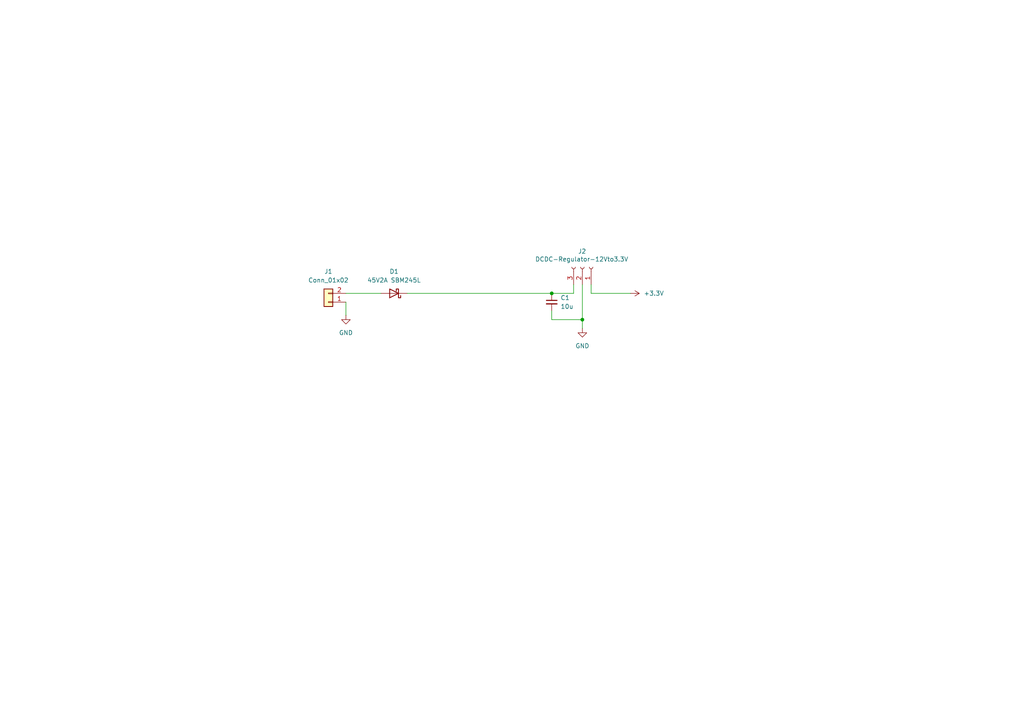
<source format=kicad_sch>
(kicad_sch (version 20231120) (generator "eeschema") (generator_version "8.0")
  (paper "A4")
  (lib_symbols
    (symbol "Connector:Conn_01x03_Socket" (pin_names (offset 1.016) hide)
      (property "Reference" "J" (at 0 5.08 0))
      (property "Value" "Conn_01x03_Socket" (at 0 -5.08 0))
      (symbol "Conn_01x03_Socket_1_1"
        (arc (start 0 -2.032) (mid -0.5058 -2.54) (end 0 -3.048) (stroke (width 0.1524)))
        (polyline (pts (xy -1.27 -2.54) (xy -0.508 -2.54)) (stroke (width 0.1524)))
        (polyline (pts (xy -1.27 0) (xy -0.508 0)) (stroke (width 0.1524)))
        (polyline (pts (xy -1.27 2.54) (xy -0.508 2.54)) (stroke (width 0.1524)))
        (arc (start 0 0.508) (mid -0.5058 0) (end 0 -0.508) (stroke (width 0.1524)))
        (arc (start 0 3.048) (mid -0.5058 2.54) (end 0 2.032) (stroke (width 0.1524)))
        (pin passive line (at -5.08 2.54 0) (length 3.81) (name "Pin_1") (number "1"))
        (pin passive line (at -5.08 0 0) (length 3.81) (name "Pin_2") (number "2"))
        (pin passive line (at -5.08 -2.54 0) (length 3.81) (name "Pin_3") (number "3"))
      )
    )
    (symbol "Connector_Generic:Conn_01x02" (pin_names (offset 1.016) hide)
      (property "Reference" "J" (at 0 2.54 0))
      (property "Value" "Conn_01x02" (at 0 -5.08 0))
      (symbol "Conn_01x02_1_1"
        (rectangle (start -1.27 -2.413) (end 0 -2.667) (stroke (width 0.1524)))
        (rectangle (start -1.27 0.127) (end 0 -0.127) (stroke (width 0.1524)))
        (rectangle (start -1.27 1.27) (end 1.27 -3.81) (stroke (width 0.254)) (fill (type background)))
        (pin passive line (at -5.08 0 0) (length 3.81) (name "Pin_1") (number "1"))
        (pin passive line (at -5.08 -2.54 0) (length 3.81) (name "Pin_2") (number "2"))
      )
    )
    (symbol "Device:C_Small" (pin_numbers hide) (pin_names (offset 0.254) hide)
      (property "Reference" "C" (at 0.254 1.778 0))
      (property "Value" "C_Small" (at 0.254 -2.032 0))
      (symbol "C_Small_0_1"
        (polyline (pts (xy -1.524 -0.508) (xy 1.524 -0.508)) (stroke (width 0.3302)))
        (polyline (pts (xy -1.524 0.508) (xy 1.524 0.508)) (stroke (width 0.3048)))
      )
      (symbol "C_Small_1_1"
        (pin passive line (at 0 2.54 270) (length 2.032) (name "~") (number "1"))
        (pin passive line (at 0 -2.54 90) (length 2.032) (name "~") (number "2"))
      )
    )
    (symbol "Device:D_Schottky" (pin_numbers hide) (pin_names (offset 1.016) hide)
      (property "Reference" "D" (at 0 2.54 0))
      (property "Value" "D_Schottky" (at 0 -2.54 0))
      (symbol "D_Schottky_0_1"
        (polyline (pts (xy 1.27 0) (xy -1.27 0)))
        (polyline (pts (xy 1.27 1.27) (xy 1.27 -1.27) (xy -1.27 0) (xy 1.27 1.27)) (stroke (width 0.254)))
        (polyline (pts (xy -1.905 0.635) (xy -1.905 1.27) (xy -1.27 1.27) (xy -1.27 -1.27) (xy -0.635 -1.27) (xy -0.635 -0.635)) (stroke (width 0.254)))
      )
      (symbol "D_Schottky_1_1"
        (pin passive line (at -3.81 0 0) (length 2.54) (name "K") (number "1"))
        (pin passive line (at 3.81 0 180) (length 2.54) (name "A") (number "2"))
      )
    )
    (symbol "power:+3.3V" (power) (pin_numbers hide) (pin_names (offset 0) hide)
      (property "Value" "+3.3V" (at 0 3.556 0))
      (symbol "+3.3V_0_1"
        (polyline (pts (xy -0.762 1.27) (xy 0 2.54)))
        (polyline (pts (xy 0 0) (xy 0 2.54)))
        (polyline (pts (xy 0 2.54) (xy 0.762 1.27)))
      )
      (symbol "+3.3V_1_1"
        (pin power_in line (at 0 0 90) (length 0) (name "~") (number "1"))
      )
    )
    (symbol "power:GND" (power) (pin_numbers hide) (pin_names (offset 0) hide)
      (property "Value" "GND" (at 0 -3.81 0))
      (symbol "GND_0_1"
        (polyline (pts (xy 0 0) (xy 0 -1.27) (xy 1.27 -1.27) (xy 0 -2.54) (xy -1.27 -1.27) (xy 0 -1.27)))
      )
      (symbol "GND_1_1"
        (pin power_in line (at 0 0 270) (length 0) (name "~") (number "1"))
      )
    )
  )
  (junction (at 168.91 92.71))
  (junction (at 160.02 85.09))
  (wire (pts (xy 171.45 85.09) (xy 171.45 82.55)))
  (wire (pts (xy 100.33 91.44) (xy 100.33 87.63)))
  (wire (pts (xy 168.91 82.55) (xy 168.91 92.71)))
  (wire (pts (xy 160.02 90.17) (xy 160.02 92.71)))
  (wire (pts (xy 168.91 92.71) (xy 160.02 92.71)))
  (wire (pts (xy 182.88 85.09) (xy 171.45 85.09)))
  (wire (pts (xy 166.37 85.09) (xy 166.37 82.55)))
  (wire (pts (xy 100.33 85.09) (xy 110.49 85.09)))
  (wire (pts (xy 168.91 92.71) (xy 168.91 95.25)))
  (wire (pts (xy 160.02 85.09) (xy 166.37 85.09)))
  (wire (pts (xy 118.11 85.09) (xy 160.02 85.09)))
  (symbol (lib_id "Connector_Generic:Conn_01x02") (at 95.25 87.63 180) (unit 1)
    (property "Reference" "J1" (at 95.25 78.74 0))
    (property "Value" "Conn_01x02" (at 95.25 81.28 0))
    (property "Footprint" "Connector_AMASS:AMASS_XT60-M_1x02_P7.20mm_Vertical" (effects (hide yes)))
    (property "Description" "Generic connector, single row, 01x02, script generated (kicad-library-utils/schlib/autogen/connector/)" (effects (hide yes)))
  )
  (symbol (lib_id "Connector:Conn_01x03_Socket") (at 168.91 77.47 270) (mirror x) (unit 1)
    (property "Reference" "J2" (at 167.64 72.898 90) (effects (justify left)))
    (property "Value" "DCDC-Regulator-12Vto3.3V" (at 155.194 75.184 90) (effects (justify left)))
    (property "Footprint" "Connector_PinSocket_2.54mm:PinSocket_1x03_P2.54mm_Horizontal" (effects (hide yes)))
    (property "Description" "Generic connector, single row, 01x03, script generated" (effects (hide yes)))
  )
  (symbol (lib_id "power:GND") (at 100.33 91.44 0) (unit 1)
    (property "Reference" "#PWR01" (effects (hide yes)))
    (property "Value" "GND" (at 100.33 96.52 0))
    (property "Description" "Power symbol creates a global label with name \"GND\" , ground" (effects (hide yes)))
  )
  (symbol (lib_id "power:GND") (at 168.91 95.25 0) (unit 1)
    (property "Reference" "#PWR04" (effects (hide yes)))
    (property "Value" "GND" (at 168.91 100.33 0))
    (property "Description" "Power symbol creates a global label with name \"GND\" , ground" (effects (hide yes)))
  )
  (symbol (lib_id "Device:C_Small") (at 160.02 87.63 0) (unit 1)
    (property "Reference" "C1" (at 162.56 86.3662 0) (effects (justify left)))
    (property "Value" "10u" (at 162.56 88.9062 0) (effects (justify left)))
    (property "Description" "Unpolarized capacitor, small symbol" (effects (hide yes)))
  )
  (symbol (lib_id "power:+3.3V") (at 182.88 85.09 270) (unit 1)
    (property "Reference" "#PWR05" (effects (hide yes)))
    (property "Value" "+3.3V" (at 186.69 85.0899 90) (effects (justify left)))
    (property "Description" "Power symbol creates a global label with name \"+3.3V\"" (effects (hide yes)))
  )
  (symbol (lib_id "Device:D_Schottky") (at 114.3 85.09 180) (unit 1)
    (property "Reference" "D1" (at 114.3 78.74 0))
    (property "Value" "45V2A SBM245L" (at 114.3 81.28 0))
    (property "Footprint" "Diode_THT:D_DO-41_SOD81_P10.16mm_Horizontal" (effects (hide yes)))
    (property "Description" "Schottky diode" (effects (hide yes)))
  )
)
</source>
